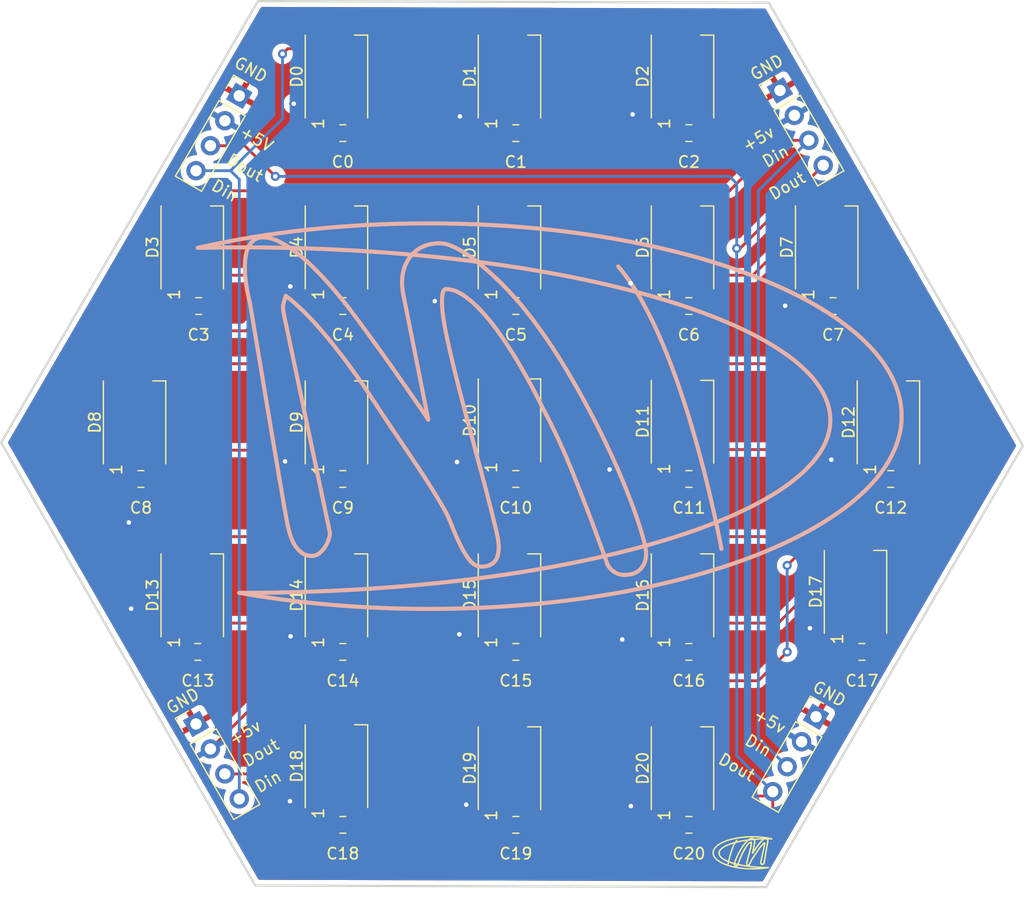
<source format=kicad_pcb>
(kicad_pcb (version 20211014) (generator pcbnew)
  (layers (0 "F.Cu" signal) (31 "B.Cu" signal) (34 "B.Paste" user) (35 "F.Paste" user) (36 "B.SilkS" user "B.Silkscreen") (37 "F.SilkS" user "F.Silkscreen") (38 "B.Mask" user) (39 "F.Mask" user) (44 "Edge.Cuts" user))
  (net 0 "")
  (net 1 "GND")
  (net 2 "+5V")
  (net 3 "Net-(D0-Pad2)")
  (net 4 "Net-(D0-Pad4)")
  (net 5 "Net-(D1-Pad2)")
  (net 6 "Net-(D2-Pad2)")
  (net 7 "Net-(D3-Pad2)")
  (net 8 "Net-(D4-Pad2)")
  (net 9 "Net-(D5-Pad2)")
  (net 10 "Net-(D6-Pad2)")
  (net 11 "Net-(D7-Pad2)")
  (net 12 "Net-(D8-Pad2)")
  (net 13 "Net-(D10-Pad4)")
  (net 14 "Net-(D10-Pad2)")
  (net 15 "Net-(D11-Pad2)")
  (net 16 "Net-(D12-Pad2)")
  (net 17 "Net-(D13-Pad2)")
  (net 18 "Net-(D14-Pad2)")
  (net 19 "Net-(D15-Pad2)")
  (net 20 "Net-(D16-Pad2)")
  (net 21 "Net-(D17-Pad2)")
  (net 22 "Net-(D18-Pad2)")
  (net 23 "Net-(D19-Pad2)")
  (net 24 "Net-(D20-Pad2)")
  (footprint "Capacitor_SMD:C_0805_2012Metric_Pad1.18x1.45mm_HandSolder" (layer "F.Cu") (at 138.6625 66.04)
    (fp_text reference "C1")
    (fp_text value "C_Small")
  )
  (footprint "Capacitor_SMD:C_0805_2012Metric_Pad1.18x1.45mm_HandSolder" (layer "F.Cu") (at 153.9025 66.04)
    (fp_text reference "C2")
    (fp_text value "C_Small")
  )
  (footprint "Capacitor_SMD:C_0805_2012Metric_Pad1.18x1.45mm_HandSolder" (layer "F.Cu") (at 110.7225 81.28)
    (fp_text reference "C3")
    (fp_text value "C_Small")
  )
  (footprint "Capacitor_SMD:C_0805_2012Metric_Pad1.18x1.45mm_HandSolder" (layer "F.Cu") (at 123.4225 81.28)
    (fp_text reference "C4")
    (fp_text value "C_Small")
  )
  (footprint "Capacitor_SMD:C_0805_2012Metric_Pad1.18x1.45mm_HandSolder" (layer "F.Cu") (at 138.6625 81.28)
    (fp_text reference "C5")
    (fp_text value "C_Small")
  )
  (footprint "Capacitor_SMD:C_0805_2012Metric_Pad1.18x1.45mm_HandSolder" (layer "F.Cu") (at 153.9025 81.28)
    (fp_text reference "C6")
    (fp_text value "C_Small")
  )
  (footprint "Capacitor_SMD:C_0805_2012Metric_Pad1.18x1.45mm_HandSolder" (layer "F.Cu") (at 166.6025 81.28)
    (fp_text reference "C7")
    (fp_text value "C_Small")
  )
  (footprint "Capacitor_SMD:C_0805_2012Metric_Pad1.18x1.45mm_HandSolder" (layer "F.Cu") (at 105.6425 96.52)
    (fp_text reference "C8")
    (fp_text value "C_Small")
  )
  (footprint "Capacitor_SMD:C_0805_2012Metric_Pad1.18x1.45mm_HandSolder" (layer "F.Cu") (at 123.4225 96.52)
    (fp_text reference "C9")
    (fp_text value "C_Small")
  )
  (footprint "Capacitor_SMD:C_0805_2012Metric_Pad1.18x1.45mm_HandSolder" (layer "F.Cu") (at 138.6625 96.52)
    (fp_text reference "C10")
    (fp_text value "C_Small")
  )
  (footprint "Capacitor_SMD:C_0805_2012Metric_Pad1.18x1.45mm_HandSolder" (layer "F.Cu") (at 153.9025 96.52)
    (fp_text reference "C11")
    (fp_text value "C_Small")
  )
  (footprint "Capacitor_SMD:C_0805_2012Metric_Pad1.18x1.45mm_HandSolder" (layer "F.Cu") (at 110.6463 111.76)
    (fp_text reference "C13")
    (fp_text value "C_Small")
  )
  (footprint "Capacitor_SMD:C_0805_2012Metric_Pad1.18x1.45mm_HandSolder" (layer "F.Cu") (at 138.6625 111.76)
    (fp_text reference "C15")
    (fp_text value "C_Small")
  )
  (footprint "Capacitor_SMD:C_0805_2012Metric_Pad1.18x1.45mm_HandSolder" (layer "F.Cu") (at 153.9025 111.76)
    (fp_text reference "C16")
    (fp_text value "C_Small")
  )
  (footprint "Capacitor_SMD:C_0805_2012Metric_Pad1.18x1.45mm_HandSolder" (layer "F.Cu") (at 169.1425 111.76)
    (fp_text reference "C17")
    (fp_text value "C_Small")
  )
  (footprint "Capacitor_SMD:C_0805_2012Metric_Pad1.18x1.45mm_HandSolder" (layer "F.Cu") (at 123.4225 127)
    (fp_text reference "C18")
    (fp_text value "C_Small")
  )
  (footprint "Capacitor_SMD:C_0805_2012Metric_Pad1.18x1.45mm_HandSolder" (layer "F.Cu") (at 138.6625 127)
    (fp_text reference "C19")
    (fp_text value "C_Small")
  )
  (footprint "Capacitor_SMD:C_0805_2012Metric_Pad1.18x1.45mm_HandSolder" (layer "F.Cu") (at 153.9025 127)
    (fp_text reference "C20")
    (fp_text value "C_Small")
  )
  (footprint "Capacitor_SMD:C_0805_2012Metric_Pad1.18x1.45mm_HandSolder" (layer "F.Cu") (at 171.6825 96.52)
    (fp_text reference "C12")
    (fp_text value "C_Small")
  )
  (footprint "Capacitor_SMD:C_0805_2012Metric_Pad1.18x1.45mm_HandSolder" (layer "F.Cu") (at 123.4225 111.76)
    (fp_text reference "C14")
    (fp_text value "C_Small")
  )
  (footprint "Capacitor_SMD:C_0805_2012Metric_Pad1.18x1.45mm_HandSolder" (layer "F.Cu") (at 123.4225 66.04)
    (fp_text reference "C0")
    (fp_text value "C_Small")
  )
  (footprint "LED_SMD:LED_WS2812B_PLCC4_5.0x5.0mm_P3.2mm" (layer "F.Cu") (at 122.86 61.05 90)
    (fp_text reference "D0")
    (fp_text value "WS2812B")
  )
  (footprint "LED_SMD:LED_WS2812B_PLCC4_5.0x5.0mm_P3.2mm" (layer "F.Cu") (at 138.1 61.05 90)
    (fp_text reference "D1")
    (fp_text value "WS2812B")
  )
  (footprint "LED_SMD:LED_WS2812B_PLCC4_5.0x5.0mm_P3.2mm" (layer "F.Cu") (at 153.34 61.05 90)
    (fp_text reference "D2")
    (fp_text value "WS2812B")
  )
  (footprint "LED_SMD:LED_WS2812B_PLCC4_5.0x5.0mm_P3.2mm" (layer "F.Cu") (at 110.16 76.11 90)
    (fp_text reference "D3")
    (fp_text value "WS2812B")
  )
  (footprint "LED_SMD:LED_WS2812B_PLCC4_5.0x5.0mm_P3.2mm" (layer "F.Cu") (at 122.86 76.11 90)
    (fp_text reference "D4")
    (fp_text value "WS2812B")
  )
  (footprint "LED_SMD:LED_WS2812B_PLCC4_5.0x5.0mm_P3.2mm" (layer "F.Cu") (at 138.1 76.11 90)
    (fp_text reference "D5")
    (fp_text value "WS2812B")
  )
  (footprint "LED_SMD:LED_WS2812B_PLCC4_5.0x5.0mm_P3.2mm" (layer "F.Cu") (at 153.34 76.11 90)
    (fp_text reference "D6")
    (fp_text value "WS2812B")
  )
  (footprint "LED_SMD:LED_WS2812B_PLCC4_5.0x5.0mm_P3.2mm" (layer "F.Cu") (at 166.04 76.11 90)
    (fp_text reference "D7")
    (fp_text value "WS2812B")
  )
  (footprint "LED_SMD:LED_WS2812B_PLCC4_5.0x5.0mm_P3.2mm" (layer "F.Cu") (at 105.08 91.53 90)
    (fp_text reference "D8")
    (fp_text value "WS2812B")
  )
  (footprint "LED_SMD:LED_WS2812B_PLCC4_5.0x5.0mm_P3.2mm" (layer "F.Cu") (at 122.86 91.53 90)
    (fp_text reference "D9")
    (fp_text value "WS2812B")
  )
  (footprint "LED_SMD:LED_WS2812B_PLCC4_5.0x5.0mm_P3.2mm" (layer "F.Cu") (at 138.1 91.35 90)
    (fp_text reference "D10")
    (fp_text value "WS2812B")
  )
  (footprint "LED_SMD:LED_WS2812B_PLCC4_5.0x5.0mm_P3.2mm" (layer "F.Cu") (at 153.34 91.477 90)
    (fp_text reference "D11")
    (fp_text value "WS2812B")
  )
  (footprint "LED_SMD:LED_WS2812B_PLCC4_5.0x5.0mm_P3.2mm" (layer "F.Cu") (at 171.4754 91.53 90)
    (fp_text reference "D12")
    (fp_text value "WS2812B")
  )
  (footprint "LED_SMD:LED_WS2812B_PLCC4_5.0x5.0mm_P3.2mm" (layer "F.Cu") (at 110.16 106.77 90)
    (fp_text reference "D13")
    (fp_text value "WS2812B")
  )
  (footprint "LED_SMD:LED_WS2812B_PLCC4_5.0x5.0mm_P3.2mm" (layer "F.Cu") (at 122.86 106.77 90)
    (fp_text reference "D14")
    (fp_text value "WS2812B")
  )
  (footprint "LED_SMD:LED_WS2812B_PLCC4_5.0x5.0mm_P3.2mm" (layer "F.Cu") (at 138.1 106.77 90)
    (fp_text reference "D15")
    (fp_text value "WS2812B")
  )
  (footprint "LED_SMD:LED_WS2812B_PLCC4_5.0x5.0mm_P3.2mm" (layer "F.Cu") (at 153.34 106.77 90)
    (fp_text reference "D16")
    (fp_text value "WS2812B")
  )
  (footprint "LED_SMD:LED_WS2812B_PLCC4_5.0x5.0mm_P3.2mm" (layer "F.Cu") (at 168.58 106.463 90)
    (fp_text reference "D17")
    (fp_text value "WS2812B")
  )
  (footprint "LED_SMD:LED_WS2812B_PLCC4_5.0x5.0mm_P3.2mm" (layer "F.Cu") (at 122.86 121.83 90)
    (fp_text reference "D18")
    (fp_text value "WS2812B")
  )
  (footprint "LED_SMD:LED_WS2812B_PLCC4_5.0x5.0mm_P3.2mm" (layer "F.Cu") (at 138.1 122.01 90)
    (fp_text reference "D19")
    (fp_text value "WS2812B")
  )
  (footprint "LED_SMD:LED_WS2812B_PLCC4_5.0x5.0mm_P3.2mm" (layer "F.Cu") (at 153.34 122.01 90)
    (fp_text reference "D20")
    (fp_text value "WS2812B")
  )
  (footprint "Connector_PinHeader_2.54mm:PinHeader_1x04_P2.54mm_Vertical" (layer "F.Cu") (at 114.3 62.749104 -30)
    (fp_text reference "GND")
    (fp_text value "PinHeader_1x04_P2.54mm_Vertical")
  )
  (footprint "Connector_PinHeader_2.54mm:PinHeader_1x04_P2.54mm_Vertical" (layer "F.Cu") (at 110.49 118.11 30)
    (fp_text reference "GND")
    (fp_text value "PinHeader_1x04_P2.54mm_Vertical")
  )
  (footprint "Connector_PinHeader_2.54mm:PinHeader_1x04_P2.54mm_Vertical" (layer "F.Cu") (at 161.925 62.275591 30)
    (fp_text reference "GND")
    (fp_text value "PinHeader_1x04_P2.54mm_Vertical")
  )
  (footprint "Connector_PinHeader_2.54mm:PinHeader_1x04_P2.54mm_Vertical" (layer "F.Cu") (at 165.1 117.475 -30)
    (fp_text reference "GND")
    (fp_text value "PinHeader_1x04_P2.54mm_Vertical")
  )
  (gr_curve (pts (xy 132.827829 85.121719) (xy 132.712399 84.628359) (xy 132.603649 84.128379) (xy 132.500875 83.621777)) (layer "B.SilkS") (width 0.36))
  (gr_curve (pts (xy 126.203102 84.496758) (xy 125.74818 83.86875) (xy 125.328122 83.294883) (xy 124.943512 82.775654)) (layer "B.SilkS") (width 0.36))
  (gr_curve (pts (xy 120.261051 82.044931) (xy 120.921461 82.717969) (xy 121.587907 83.467939) (xy 122.260973 84.294844)) (layer "B.SilkS") (width 0.36))
  (gr_curve (pts (xy 141.221676 83.948701) (xy 140.446188 82.827041) (xy 139.68025 81.823769) (xy 138.923688 80.939209)) (layer "B.SilkS") (width 0.36))
  (gr_curve (pts (xy 121.79943 102.592119) (xy 121.946969 102.387217) (xy 122.06234 102.166025) (xy 122.145543 101.928662)) (layer "B.SilkS") (width 0.36))
  (gr_curve (pts (xy 134.147585 77.238041) (xy 153.049526 79.512195) (xy 166.362311 84.963605) (xy 166.362311 91.330035)) (layer "B.SilkS") (width 0.36))
  (gr_curve (pts (xy 135.741168 77.775879) (xy 135.298844 77.39789) (xy 134.853532 77.058047) (xy 134.404645 76.756699)) (layer "B.SilkS") (width 0.36))
  (gr_curve (pts (xy 122.809 80.0354) (xy 122.475778 79.638164) (xy 122.107106 79.221416) (xy 121.703278 78.785449)) (layer "B.SilkS") (width 0.36))
  (gr_curve (pts (xy 132.154762 80.881523) (xy 132.154762 80.548301) (xy 132.180602 80.282373) (xy 132.231696 80.083476)) (layer "B.SilkS") (width 0.36))
  (gr_curve (pts (xy 121.703278 78.785449) (xy 121.29945 78.349775) (xy 120.873356 77.920107) (xy 120.424469 77.497031)) (layer "B.SilkS") (width 0.36))
  (gr_curve (pts (xy 143.606207 95.803916) (xy 143.997379 96.765439) (xy 144.449313 97.912939) (xy 144.961891 99.246123)) (layer "B.SilkS") (width 0.36))
  (gr_curve (pts (xy 134.154684 90.448418) (xy 133.821461 89.198467) (xy 133.481618 87.868594) (xy 133.135504 86.458183)) (layer "B.SilkS") (width 0.36))
  (gr_curve (pts (xy 134.58734 103.669014) (xy 134.888688 104.053564) (xy 135.23152 104.245869) (xy 135.616129 104.245869)) (layer "B.SilkS") (width 0.36))
  (gr_curve (pts (xy 128.63568 79.227744) (xy 128.63568 79.445889) (xy 128.651911 79.663711) (xy 128.683727 79.881562)) (layer "B.SilkS") (width 0.36))
  (gr_curve (pts (xy 116.405407 75.2279) (xy 116.097731 75.2279) (xy 115.841442 75.298506) (xy 115.636247 75.439424)) (layer "B.SilkS") (width 0.36))
  (gr_curve (pts (xy 138.923688 80.939209) (xy 138.705836 80.69581) (xy 138.433317 80.394463) (xy 138.106422 80.0354)) (layer "B.SilkS") (width 0.36))
  (gr_curve (pts (xy 137.154567 102.592119) (xy 137.154567 102.297334) (xy 137.12568 102.002607) (xy 137.068024 101.707529)) (layer "B.SilkS") (width 0.36))
  (gr_curve (pts (xy 115.636247 75.439424) (xy 115.431286 75.580664) (xy 115.264528 75.769658) (xy 115.136266 76.006728)) (layer "B.SilkS") (width 0.36))
  (gr_curve (pts (xy 134.020036 80.314219) (xy 134.545856 80.666982) (xy 135.077711 81.131514) (xy 135.616129 81.708398)) (layer "B.SilkS") (width 0.36))
  (gr_curve (pts (xy 134.404645 76.756699) (xy 133.956051 76.455615) (xy 133.520055 76.211953) (xy 133.097008 76.025947)) (layer "B.SilkS") (width 0.36))
  (gr_curve (pts (xy 133.097008 76.025947) (xy 132.673961 75.840264) (xy 132.283082 75.747129) (xy 131.92402 75.747129)) (layer "B.SilkS") (width 0.36))
  (gr_curve (pts (xy 115.136266 76.006728) (xy 115.008239 76.244092) (xy 114.918414 76.52291) (xy 114.867028 76.843213)) (layer "B.SilkS") (width 0.36))
  (gr_curve (pts (xy 130.943278 91.284873) (xy 130.750973 90.990146) (xy 130.481735 90.589629) (xy 130.135622 90.083056)) (layer "B.SilkS") (width 0.36))
  (gr_curve (pts (xy 119.107223 102.20751) (xy 119.267653 102.502588) (xy 119.479235 102.758877) (xy 119.741793 102.976728)) (layer "B.SilkS") (width 0.36))
  (gr_curve (pts (xy 136.885329 100.861435) (xy 136.61609 99.733447) (xy 136.334254 98.611494) (xy 136.039176 97.496162)) (layer "B.SilkS") (width 0.36))
  (gr_curve (pts (xy 136.35652 104.111279) (xy 136.555387 104.021748) (xy 136.712243 103.903037) (xy 136.827614 103.755498)) (layer "B.SilkS") (width 0.36))
  (gr_curve (pts (xy 130.971394 107.970395) (xy 153.984955 107.970395) (xy 172.640289 100.364051) (xy 172.640289 90.981316)) (layer "B.SilkS") (width 0.36))
  (gr_curve (pts (xy 114.29746 106.554639) (xy 119.40403 107.465191) (xy 125.042078 107.970395) (xy 130.971394 107.970395)) (layer "B.SilkS") (width 0.36))
  (gr_curve (pts (xy 129.549098 76.708623) (xy 129.260641 77.016299) (xy 129.03652 77.384971) (xy 128.876032 77.814346)) (layer "B.SilkS") (width 0.36))
  (gr_curve (pts (xy 115.876598 84.814043) (xy 116.024137 85.679385) (xy 116.181286 86.615332) (xy 116.34775 87.621621)) (layer "B.SilkS") (width 0.36))
  (gr_curve (pts (xy 116.85734 90.688799) (xy 117.030426 91.727197) (xy 117.203454 92.752998) (xy 117.376539 93.765556)) (layer "B.SilkS") (width 0.36))
  (gr_curve (pts (xy 118.155368 81.400722) (xy 118.155368 81.259805) (xy 118.171598 81.131514) (xy 118.203414 81.016113)) (layer "B.SilkS") (width 0.36))
  (gr_curve (pts (xy 130.972106 96.909639) (xy 131.491305 97.723916) (xy 131.962457 98.502744) (xy 132.385504 99.246123)) (layer "B.SilkS") (width 0.36))
  (gr_curve (pts (xy 114.924743 79.477734) (xy 115.014567 80.029072) (xy 115.116989 80.529053) (xy 115.232418 80.977676)) (layer "B.SilkS") (width 0.36))
  (gr_curve (pts (xy 133.343965 77.142671) (xy 133.613966 77.173961) (xy 133.88184 77.206752) (xy 134.147585 77.238041)) (layer "B.SilkS") (width 0.36))
  (gr_curve (pts (xy 135.125758 94.073232) (xy 134.811813 92.906806) (xy 134.4882 91.698369) (xy 134.154684 90.448418)) (layer "B.SilkS") (width 0.36))
  (gr_curve (pts (xy 150.038629 102.342099) (xy 149.795231 101.367978) (xy 149.455387 100.284521) (xy 149.01945 99.092256)) (layer "B.SilkS") (width 0.36))
  (gr_curve (pts (xy 137.077633 103.236299) (xy 137.12902 103.037724) (xy 137.154567 102.822861) (xy 137.154567 102.592119)) (layer "B.SilkS") (width 0.36))
  (gr_curve (pts (xy 118.741891 101.303701) (xy 118.825387 101.611377) (xy 118.947086 101.912783) (xy 119.107223 102.20751)) (layer "B.SilkS") (width 0.36))
  (gr_curve (pts (xy 132.520153 79.78541) (xy 132.994586 79.78541) (xy 133.494567 79.961777) (xy 134.020036 80.314219)) (layer "B.SilkS") (width 0.36))
  (gr_curve (pts (xy 138.712164 85.98706) (xy 139.186598 86.775498) (xy 139.628922 87.554297) (xy 140.03902 88.323515)) (layer "B.SilkS") (width 0.36))
  (gr_curve (pts (xy 135.616129 104.245869) (xy 135.911207 104.245869) (xy 136.157887 104.20081) (xy 136.35652 104.111279)) (layer "B.SilkS") (width 0.36))
  (gr_curve (pts (xy 142.587028 93.419443) (xy 142.875426 94.047685) (xy 143.21527 94.842451) (xy 143.606207 95.803916)) (layer "B.SilkS") (width 0.36))
  (gr_curve (pts (xy 115.491989 82.516055) (xy 115.60109 83.182793) (xy 115.729352 83.948701) (xy 115.876598 84.814043)) (layer "B.SilkS") (width 0.36))
  (gr_curve (pts (xy 130.587497 75.99709) (xy 130.183668 76.163877) (xy 129.837555 76.400918) (xy 129.549098 76.708623)) (layer "B.SilkS") (width 0.36))
  (gr_curve (pts (xy 149.663629 104.438174) (xy 149.977926 104.079111) (xy 150.134782 103.637139) (xy 150.134782 103.111318)) (layer "B.SilkS") (width 0.36))
  (gr_curve (pts (xy 118.559196 100.572978) (xy 118.597633 100.752627) (xy 118.658629 100.996025) (xy 118.741891 101.303701)) (layer "B.SilkS") (width 0.36))
  (gr_curve (pts (xy 122.260973 84.294844) (xy 122.933981 85.121719) (xy 123.607047 85.99998) (xy 124.280114 86.929336)) (layer "B.SilkS") (width 0.36))
  (gr_curve (pts (xy 127.722262 92.034873) (xy 128.267301 92.842529) (xy 128.815329 93.653467) (xy 129.366403 94.467451)) (layer "B.SilkS") (width 0.36))
  (gr_curve (pts (xy 122.145543 101.928662) (xy 122.229098 101.691592) (xy 122.277145 101.476787) (xy 122.289801 101.284482)) (layer "B.SilkS") (width 0.36))
  (gr_curve (pts (xy 118.405329 80.381543) (xy 118.982243 80.81751) (xy 119.600875 81.371865) (xy 120.261051 82.044931)) (layer "B.SilkS") (width 0.36))
  (gr_curve (pts (xy 126.193493 89.727305) (xy 126.667926 90.458027) (xy 127.177516 91.227217) (xy 127.722262 92.034873)) (layer "B.SilkS") (width 0.36))
  (gr_curve (pts (xy 121.29945 103.101709) (xy 121.485426 102.967119) (xy 121.652184 102.797314) (xy 121.79943 102.592119)) (layer "B.SilkS") (width 0.36))
  (gr_curve (pts (xy 124.280114 86.929336) (xy 124.953122 87.858984) (xy 125.591032 88.791621) (xy 126.193493 89.727305)) (layer "B.SilkS") (width 0.36))
  (gr_curve (pts (xy 114.790094 77.843174) (xy 114.790094 78.381621) (xy 114.835153 78.92666) (xy 114.924743 79.477734)) (layer "B.SilkS") (width 0.36))
  (gr_curve (pts (xy 132.385504 99.246123) (xy 132.590758 99.605185) (xy 132.802282 100.06667) (xy 133.020075 100.630635)) (layer "B.SilkS") (width 0.36))
  (gr_curve (pts (xy 114.867028 76.843213) (xy 114.815934 77.163808) (xy 114.790094 77.497031) (xy 114.790094 77.843174)) (layer "B.SilkS") (width 0.36))
  (gr_curve (pts (xy 118.261129 98.957666) (xy 118.383122 99.649951) (xy 118.482262 100.188369) (xy 118.559196 100.572978)) (layer "B.SilkS") (width 0.36))
  (gr_curve (pts (xy 133.020075 100.630635) (xy 133.238219 101.194951) (xy 133.478629 101.745967) (xy 133.741247 102.284443)) (layer "B.SilkS") (width 0.36))
  (gr_curve (pts (xy 148.192516 104.97665) (xy 148.859254 104.97665) (xy 149.349625 104.796943) (xy 149.663629 104.438174)) (layer "B.SilkS") (width 0.36))
  (gr_curve (pts (xy 145.625348 91.419521) (xy 144.939684 90.086338) (xy 144.22818 88.78834) (xy 143.490836 87.525469)) (layer "B.SilkS") (width 0.36))
  (gr_curve (pts (xy 132.500875 83.621777) (xy 132.398454 83.115498) (xy 132.315192 82.625127) (xy 132.250914 82.150693)) (layer "B.SilkS") (width 0.36))
  (gr_curve (pts (xy 147.509899 95.36165) (xy 146.939606 94.066963) (xy 146.311305 92.752998) (xy 145.625348 91.419521)) (layer "B.SilkS") (width 0.36))
  (gr_curve (pts (xy 136.039176 97.496162) (xy 135.74445 96.38083) (xy 135.440055 95.239951) (xy 135.125758 94.073232)) (layer "B.SilkS") (width 0.36))
  (gr_curve (pts (xy 128.808766 80.554599) (xy 128.808766 80.554599) (xy 130.943278 91.284873) (xy 130.943278 91.284873)) (layer "B.SilkS") (width 0.36))
  (gr_curve (pts (xy 141.856247 91.871396) (xy 142.055172 92.275224) (xy 142.298571 92.791435) (xy 142.587028 93.419443)) (layer "B.SilkS") (width 0.36))
  (gr_curve (pts (xy 110.645055 76.148654) (xy 111.912122 76.120339) (xy 113.194084 76.106931) (xy 114.486674 76.106931)) (layer "B.SilkS") (width 0.36))
  (gr_curve (pts (xy 118.289957 82.285312) (xy 118.25152 82.105928) (xy 118.219645 81.945762) (xy 118.193805 81.804551)) (layer "B.SilkS") (width 0.36))
  (gr_curve (pts (xy 127.597282 86.448574) (xy 127.123141 85.775537) (xy 126.658317 85.125029) (xy 126.203102 84.496758)) (layer "B.SilkS") (width 0.36))
  (gr_curve (pts (xy 137.212223 83.689072) (xy 137.738043 84.432744) (xy 138.238024 85.198623) (xy 138.712164 85.98706)) (layer "B.SilkS") (width 0.36))
  (gr_curve (pts (xy 128.876032 77.814346) (xy 128.715895 78.244014) (xy 128.63568 78.715137) (xy 128.63568 79.227744)) (layer "B.SilkS") (width 0.36))
  (gr_curve (pts (xy 132.250914 82.150693) (xy 132.18693 81.676553) (xy 132.154762 81.253476) (xy 132.154762 80.881523)) (layer "B.SilkS") (width 0.36))
  (gr_curve (pts (xy 116.34775 87.621621) (xy 116.514508 88.628174) (xy 116.684254 89.650371) (xy 116.85734 90.688799)) (layer "B.SilkS") (width 0.36))
  (gr_curve (pts (xy 172.640289 90.981316) (xy 172.640289 81.598573) (xy 153.984955 73.992238) (xy 130.971394 73.992238)) (layer "B.SilkS") (width 0.36))
  (gr_curve (pts (xy 122.289801 101.284482) (xy 122.289801 101.284482) (xy 118.289957 82.285312) (xy 118.289957 82.285312)) (layer "B.SilkS") (width 0.36))
  (gr_curve (pts (xy 114.486674 106.554639) (xy 114.486674 106.554639) (xy 114.29746 106.554639) (xy 114.29746 106.554639)) (layer "B.SilkS") (width 0.36))
  (gr_curve (pts (xy 120.424469 77.497031) (xy 119.975875 77.073984) (xy 119.520661 76.695996) (xy 119.059176 76.36248)) (layer "B.SilkS") (width 0.36))
  (gr_curve (pts (xy 114.486674 76.106931) (xy 121.138811 76.106931) (xy 127.499692 76.475024) (xy 133.343965 77.142671)) (layer "B.SilkS") (width 0.36))
  (gr_curve (pts (xy 131.92402 75.747129) (xy 131.43693 75.747129) (xy 130.991325 75.830654) (xy 130.587497 75.99709)) (layer "B.SilkS") (width 0.36))
  (gr_curve (pts (xy 129.366403 94.467451) (xy 129.91777 95.281728) (xy 130.452907 96.095713) (xy 130.972106 96.909639)) (layer "B.SilkS") (width 0.36))
  (gr_curve (pts (xy 120.712926 103.303623) (xy 120.91818 103.303623) (xy 121.113766 103.236299) (xy 121.29945 103.101709)) (layer "B.SilkS") (width 0.36))
  (gr_curve (pts (xy 123.655094 81.073799) (xy 123.424352 80.779043) (xy 123.142516 80.4329) (xy 122.809 80.0354)) (layer "B.SilkS") (width 0.36))
  (gr_curve (pts (xy 118.193805 81.804551) (xy 118.168258 81.663633) (xy 118.155368 81.529014) (xy 118.155368 81.400722)) (layer "B.SilkS") (width 0.36))
  (gr_curve (pts (xy 137.010309 78.920068) (xy 136.606481 78.535459) (xy 136.183434 78.15416) (xy 135.741168 77.775879)) (layer "B.SilkS") (width 0.36))
  (gr_curve (pts (xy 149.01945 99.092256) (xy 148.583747 97.89999) (xy 148.080485 96.656689) (xy 147.509899 95.36165)) (layer "B.SilkS") (width 0.36))
  (gr_curve (pts (xy 137.068024 101.707529) (xy 137.010309 101.412803) (xy 136.949606 101.130615) (xy 136.885329 100.861435)) (layer "B.SilkS") (width 0.36))
  (gr_curve (pts (xy 133.135504 86.458183) (xy 133.045973 86.060976) (xy 132.9432 85.615371) (xy 132.827829 85.121719)) (layer "B.SilkS") (width 0.36))
  (gr_curve (pts (xy 118.289957 80.689219) (xy 118.328395 80.573847) (xy 118.366891 80.471367) (xy 118.405329 80.381543)) (layer "B.SilkS") (width 0.36))
  (gr_curve (pts (xy 150.134782 103.111318) (xy 150.134782 102.880576) (xy 150.102907 102.624287) (xy 150.038629 102.342099)) (layer "B.SilkS") (width 0.36))
  (gr_curve (pts (xy 118.203414 81.016113) (xy 118.235582 80.900742) (xy 118.264411 80.791963) (xy 118.289957 80.689219)) (layer "B.SilkS") (width 0.36))
  (gr_curve (pts (xy 135.616129 81.708398) (xy 136.154606 82.285312) (xy 136.686696 82.945722) (xy 137.212223 83.689072)) (layer "B.SilkS") (width 0.36))
  (gr_curve (pts (xy 143.490836 87.525469) (xy 142.753786 86.26289) (xy 141.997457 85.070625) (xy 141.221676 83.948701)) (layer "B.SilkS") (width 0.36))
  (gr_curve (pts (xy 124.943512 82.775654) (xy 124.558903 82.256455) (xy 124.244957 81.836689) (xy 124.001266 81.516094)) (layer "B.SilkS") (width 0.36))
  (gr_curve (pts (xy 147.298317 104.688193) (xy 147.586774 104.880498) (xy 147.88484 104.97665) (xy 148.192516 104.97665)) (layer "B.SilkS") (width 0.36))
  (gr_curve (pts (xy 141.096696 90.400342) (xy 141.160973 90.528633) (xy 141.253844 90.705) (xy 141.375543 90.92915)) (layer "B.SilkS") (width 0.36))
  (gr_curve (pts (xy 156.768913 102.679936) (xy 156.768913 102.679936) (xy 153.490319 84.498642) (xy 147.678266 77.792427)) (layer "B.SilkS") (width 0.36))
  (gr_curve (pts (xy 133.741247 102.284443) (xy 134.004157 102.822861) (xy 134.286286 103.284404) (xy 134.58734 103.669014)) (layer "B.SilkS") (width 0.36))
  (gr_curve (pts (xy 138.106422 80.0354) (xy 137.779528 79.676631) (xy 137.414137 79.304648) (xy 137.010309 78.920068)) (layer "B.SilkS") (width 0.36))
  (gr_curve (pts (xy 128.962575 88.39081) (xy 128.52693 87.769131) (xy 128.071715 87.12164) (xy 127.597282 86.448574)) (layer "B.SilkS") (width 0.36))
  (gr_curve (pts (xy 119.059176 76.36248) (xy 118.597633 76.029258) (xy 118.142711 75.756738) (xy 117.693825 75.545215)) (layer "B.SilkS") (width 0.36))
  (gr_curve (pts (xy 128.683727 79.881562) (xy 128.715895 80.099707) (xy 128.757672 80.323828) (xy 128.808766 80.554599)) (layer "B.SilkS") (width 0.36))
  (gr_curve (pts (xy 119.741793 102.976728) (xy 120.004704 103.194873) (xy 120.328317 103.303623) (xy 120.712926 103.303623)) (layer "B.SilkS") (width 0.36))
  (gr_curve (pts (xy 144.961891 99.246123) (xy 145.474821 100.579599) (xy 146.051676 102.143525) (xy 146.692575 103.938193)) (layer "B.SilkS") (width 0.36))
  (gr_curve (pts (xy 117.376539 93.765556) (xy 117.549625 94.778467) (xy 117.710055 95.723994) (xy 117.857301 96.601963)) (layer "B.SilkS") (width 0.36))
  (gr_curve (pts (xy 117.857301 96.601963) (xy 118.00484 97.480224) (xy 118.13943 98.265381) (xy 118.261129 98.957666)) (layer "B.SilkS") (width 0.36))
  (gr_curve (pts (xy 146.692575 103.938193) (xy 146.808004 104.245869) (xy 147.009918 104.495889) (xy 147.298317 104.688193)) (layer "B.SilkS") (width 0.36))
  (gr_curve (pts (xy 141.375543 90.92915) (xy 141.497536 91.153623) (xy 141.657672 91.467568) (xy 141.856247 91.871396)) (layer "B.SilkS") (width 0.36))
  (gr_curve (pts (xy 132.231696 80.083476) (xy 132.283082 79.884873) (xy 132.379176 79.78541) (xy 132.520153 79.78541)) (layer "B.SilkS") (width 0.36))
  (gr_curve (pts (xy 124.001266 81.516094) (xy 124.001266 81.516094) (xy 123.655094 81.073799) (xy 123.655094 81.073799)) (layer "B.SilkS") (width 0.36))
  (gr_curve (pts (xy 166.362311 91.330035) (xy 166.362311 99.738145) (xy 143.136154 106.554639) (xy 114.486674 106.554639)) (layer "B.SilkS") (width 0.36))
  (gr_curve (pts (xy 115.232418 80.977676) (xy 115.296696 81.336709) (xy 115.383239 81.849609) (xy 115.491989 82.516055)) (layer "B.SilkS") (width 0.36))
  (gr_curve (pts (xy 130.135622 90.083056) (xy 129.78945 89.576748) (xy 129.398571 89.012783) (xy 128.962575 88.39081)) (layer "B.SilkS") (width 0.36))
  (gr_curve (pts (xy 140.03902 88.323515) (xy 140.449469 89.092705) (xy 140.801911 89.78499) (xy 141.096696 90.400342)) (layer "B.SilkS") (width 0.36))
  (gr_curve (pts (xy 130.971394 73.992238) (xy 123.590054 73.992238) (xy 116.657275 74.77463) (xy 110.645055 76.148654)) (layer "B.SilkS") (width 0.36))
  (gr_curve (pts (xy 136.827614 103.755498) (xy 136.943043 103.60831) (xy 137.026539 103.435224) (xy 137.077633 103.236299)) (layer "B.SilkS") (width 0.36))
  (gr_curve (pts (xy 117.693825 75.545215) (xy 117.245231 75.333662) (xy 116.815856 75.2279) (xy 116.405407 75.2279)) (layer "B.SilkS") (width 0.36))
  (gr_curve (pts (xy 160.685186 129.442873) (xy 160.670762 129.529406) (xy 160.656343 129.61489) (xy 160.641919 129.69927)) (layer "F.SilkS") (width 0.125))
  (gr_curve (pts (xy 160.543364 130.266555) (xy 160.540161 130.281526) (xy 160.535078 130.301809) (xy 160.52814 130.327448)) (layer "F.SilkS") (width 0.125))
  (gr_curve (pts (xy 159.328672 129.090322) (xy 159.336133 129.057221) (xy 159.344697 129.020088) (xy 159.354312 128.97895)) (layer "F.SilkS") (width 0.125))
  (gr_curve (pts (xy 159.207686 130.524558) (xy 159.182573 130.556604) (xy 159.154004 130.572629) (xy 159.121953 130.572629)) (layer "F.SilkS") (width 0.125))
  (gr_curve (pts (xy 159.508955 129.961277) (xy 159.465689 130.029133) (xy 159.426426 130.094035) (xy 159.391172 130.155984)) (layer "F.SilkS") (width 0.125))
  (gr_curve (pts (xy 159.000962 130.361101) (xy 159.005772 130.33654) (xy 159.01083 130.313025) (xy 159.016187 130.290593)) (layer "F.SilkS") (width 0.125))
  (gr_curve (pts (xy 160.857456 128.372404) (xy 160.857456 128.417275) (xy 160.853701 128.462695) (xy 160.846235 128.508618)) (layer "F.SilkS") (width 0.125))
  (gr_curve (pts (xy 160.565801 128.609575) (xy 160.562598 128.599961) (xy 160.55939 128.591421) (xy 160.556187 128.583935)) (layer "F.SilkS") (width 0.125))
  (gr_curve (pts (xy 159.541006 128.218564) (xy 159.574658 128.232463) (xy 159.603501 128.252216) (xy 159.627539 128.277859)) (layer "F.SilkS") (width 0.125))
  (gr_curve (pts (xy 158.073921 130.633527) (xy 158.018359 130.633527) (xy 157.977495 130.618552) (xy 157.951328 130.588654)) (layer "F.SilkS") (width 0.125))
  (gr_curve (pts (xy 160.882741 128.227718) (xy 160.328396 128.227718) (xy 159.798323 128.258392) (xy 159.3113 128.314029)) (layer "F.SilkS") (width 0.125))
  (gr_curve (pts (xy 159.429629 128.197734) (xy 159.47022 128.197734) (xy 159.507354 128.204694) (xy 159.541006 128.218564)) (layer "F.SilkS") (width 0.125))
  (gr_curve (pts (xy 158.914429 128.55509) (xy 158.94167 128.525193) (xy 158.972119 128.494194) (xy 159.005772 128.462146)) (layer "F.SilkS") (width 0.125))
  (gr_curve (pts (xy 159.511357 129.492546) (xy 159.527383 129.467985) (xy 159.549819 129.434609) (xy 159.578662 129.392395)) (layer "F.SilkS") (width 0.125))
  (gr_curve (pts (xy 159.391172 130.155984) (xy 159.374067 130.185905) (xy 159.35644 130.224362) (xy 159.338291 130.27136)) (layer "F.SilkS") (width 0.125))
  (gr_curve (pts (xy 159.779775 129.555046) (xy 159.734356 129.622351) (xy 159.688687 129.689929) (xy 159.642764 129.757761)) (layer "F.SilkS") (width 0.125))
  (gr_curve (pts (xy 158.130806 129.832277) (xy 158.17833 129.724387) (xy 158.230689 129.61489) (xy 158.287852 129.503767)) (layer "F.SilkS") (width 0.125))
  (gr_curve (pts (xy 158.34314 130.155984) (xy 158.300396 130.267107) (xy 158.252324 130.397434) (xy 158.198916 130.546989)) (layer "F.SilkS") (width 0.125))
  (gr_curve (pts (xy 159.111533 128.366797) (xy 159.148394 128.335297) (xy 159.185503 128.306977) (xy 159.22291 128.281865)) (layer "F.SilkS") (width 0.125))
  (gr_curve (pts (xy 160.727651 129.187275) (xy 160.713755 129.271154) (xy 160.699609 129.356338) (xy 160.685186 129.442873)) (layer "F.SilkS") (width 0.125))
  (gr_curve (pts (xy 160.118706 128.641623) (xy 160.137935 128.61706) (xy 160.161421 128.588215) (xy 160.189214 128.55509)) (layer "F.SilkS") (width 0.125))
  (gr_curve (pts (xy 158.00501 130.143161) (xy 158.041318 130.043806) (xy 158.083257 129.940197) (xy 158.130806 129.832277)) (layer "F.SilkS") (width 0.125))
  (gr_curve (pts (xy 158.465728 129.179262) (xy 158.527148 129.074047) (xy 158.590176 128.974692) (xy 158.654824 128.881198)) (layer "F.SilkS") (width 0.125))
  (gr_curve (pts (xy 160.565801 128.742583) (xy 160.569004 128.727634) (xy 160.57166 128.714287) (xy 160.573814 128.702519)) (layer "F.SilkS") (width 0.125))
  (gr_curve (pts (xy 158.988945 128.859563) (xy 158.945127 128.921535) (xy 158.903462 128.985359) (xy 158.86395 129.051062)) (layer "F.SilkS") (width 0.125))
  (gr_curve (pts (xy 159.060254 130.561413) (xy 159.043682 130.553952) (xy 159.03061 130.54406) (xy 159.020996 130.531765)) (layer "F.SilkS") (width 0.125))
  (gr_curve (pts (xy 160.281357 128.450927) (xy 160.31501 128.414621) (xy 160.350518 128.378816) (xy 160.387925 128.343559)) (layer "F.SilkS") (width 0.125))
  (gr_curve (pts (xy 158.456113 129.869133) (xy 158.423516 129.94926) (xy 158.385855 130.044885) (xy 158.34314 130.155984)) (layer "F.SilkS") (width 0.125))
  (gr_curve (pts (xy 159.509014 128.051493) (xy 160.124126 128.051493) (xy 160.701858 128.116692) (xy 161.202876 128.231194)) (layer "F.SilkS") (width 0.125))
  (gr_curve (pts (xy 160.882741 130.765027) (xy 160.882741 130.765027) (xy 160.898509 130.765027) (xy 160.898509 130.765027)) (layer "F.SilkS") (width 0.125))
  (gr_curve (pts (xy 159.121953 130.572629) (xy 159.097363 130.572629) (xy 159.076807 130.568874) (xy 159.060254 130.561413)) (layer "F.SilkS") (width 0.125))
  (gr_curve (pts (xy 159.254961 128.578325) (xy 159.211143 128.607722) (xy 159.166821 128.646433) (xy 159.121953 128.694506)) (layer "F.SilkS") (width 0.125))
  (gr_curve (pts (xy 158.654824 128.881198) (xy 158.719448 128.787727) (xy 158.783276 128.704121) (xy 158.846323 128.630407)) (layer "F.SilkS") (width 0.125))
  (gr_curve (pts (xy 159.578662 129.392395) (xy 159.60751 129.350202) (xy 159.640083 129.303205) (xy 159.676416 129.251374)) (layer "F.SilkS") (width 0.125))
  (gr_curve (pts (xy 159.906372 128.92687) (xy 159.944282 128.874536) (xy 159.979287 128.826714) (xy 160.011338 128.783444)) (layer "F.SilkS") (width 0.125))
  (gr_curve (pts (xy 158.86395 129.051062) (xy 158.824414 129.116765) (xy 158.787554 129.181665) (xy 158.753379 129.245766)) (layer "F.SilkS") (width 0.125))
  (gr_curve (pts (xy 159.4104 128.6256) (xy 159.4104 128.597832) (xy 159.408247 128.575671) (xy 159.403989 128.559096)) (layer "F.SilkS") (width 0.125))
  (gr_curve (pts (xy 160.363887 130.494109) (xy 160.346782 130.494109) (xy 160.330483 130.488498) (xy 160.31501 130.477282)) (layer "F.SilkS") (width 0.125))
  (gr_curve (pts (xy 159.020996 130.531765) (xy 159.011377 130.519499) (xy 159.004419 130.505075) (xy 159.000161 130.488498)) (layer "F.SilkS") (width 0.125))
  (gr_curve (pts (xy 160.556187 128.583935) (xy 160.50811 128.620266) (xy 160.456558 128.666462) (xy 160.401543 128.722551)) (layer "F.SilkS") (width 0.125))
  (gr_curve (pts (xy 159.627539 128.277859) (xy 159.651577 128.303498) (xy 159.670254 128.334221) (xy 159.683628 128.370002)) (layer "F.SilkS") (width 0.125))
  (gr_curve (pts (xy 159.005772 128.462146) (xy 159.039424 128.430095) (xy 159.074678 128.39832) (xy 159.111533 128.366797)) (layer "F.SilkS") (width 0.125))
  (gr_curve (pts (xy 159.683628 128.370002) (xy 159.696973 128.405808) (xy 159.703657 128.445068) (xy 159.703657 128.487785)) (layer "F.SilkS") (width 0.125))
  (gr_curve (pts (xy 160.52814 130.327448) (xy 160.521182 130.353088) (xy 160.51104 130.378205) (xy 160.497695 130.402766)) (layer "F.SilkS") (width 0.125))
  (gr_curve (pts (xy 160.851045 128.289074) (xy 160.855303 128.315791) (xy 160.857456 128.343559) (xy 160.857456 128.372404)) (layer "F.SilkS") (width 0.125))
  (gr_curve (pts (xy 159.699653 128.54227) (xy 159.696973 128.560449) (xy 159.693491 128.579126) (xy 159.689233 128.598357)) (layer "F.SilkS") (width 0.125))
  (gr_curve (pts (xy 159.162817 129.724909) (xy 159.18898 129.627707) (xy 159.215947 129.527004) (xy 159.24374 129.422841)) (layer "F.SilkS") (width 0.125))
  (gr_curve (pts (xy 160.766914 128.95331) (xy 160.754619 129.025422) (xy 160.741523 129.103418) (xy 160.727651 129.187275)) (layer "F.SilkS") (width 0.125))
  (gr_curve (pts (xy 159.689233 128.598357) (xy 159.689233 128.598357) (xy 159.511357 129.492546) (xy 159.511357 129.492546)) (layer "F.SilkS") (width 0.125))
  (gr_curve (pts (xy 156.559771 129.49631) (xy 156.559771 130.196985) (xy 158.495284 130.765027) (xy 160.882741 130.765027)) (layer "F.SilkS") (width 0.125))
  (gr_curve (pts (xy 160.501699 128.249013) (xy 160.540161 128.221245) (xy 160.578071 128.198535) (xy 160.615479 128.180908)) (layer "F.SilkS") (width 0.125))
  (gr_curve (pts (xy 160.846235 128.508618) (xy 160.83875 128.554563) (xy 160.830215 128.596228) (xy 160.820596 128.633613)) (layer "F.SilkS") (width 0.125))
  (gr_curve (pts (xy 160.244502 130.379528) (xy 160.237539 130.359773) (xy 160.233535 130.341872) (xy 160.232481 130.325847)) (layer "F.SilkS") (width 0.125))
  (gr_curve (pts (xy 160.820596 128.633613) (xy 160.815239 128.663532) (xy 160.808027 128.706274) (xy 160.798965 128.761811)) (layer "F.SilkS") (width 0.125))
  (gr_curve (pts (xy 160.189214 128.55509) (xy 160.216982 128.521987) (xy 160.247705 128.487258) (xy 160.281357 128.450927)) (layer "F.SilkS") (width 0.125))
  (gr_curve (pts (xy 159.016187 130.290593) (xy 159.038623 130.196594) (xy 159.062109 130.103098) (xy 159.086699 130.010153)) (layer "F.SilkS") (width 0.125))
  (gr_curve (pts (xy 157.359221 130.442135) (xy 157.359221 130.442135) (xy 157.632437 128.927027) (xy 158.116775 128.368176)) (layer "F.SilkS") (width 0.125))
  (gr_curve (pts (xy 160.234883 128.910044) (xy 160.178799 128.97895) (xy 160.12271 129.052138) (xy 160.066621 129.129585)) (layer "F.SilkS") (width 0.125))
  (gr_curve (pts (xy 160.798965 128.761811) (xy 160.789873 128.817373) (xy 160.779185 128.881198) (xy 160.766914 128.95331)) (layer "F.SilkS") (width 0.125))
  (gr_curve (pts (xy 157.912065 130.478083) (xy 157.912065 130.458855) (xy 157.914722 130.437497) (xy 157.920078 130.413982)) (layer "F.SilkS") (width 0.125))
  (gr_curve (pts (xy 160.577017 128.668867) (xy 160.577017 128.657124) (xy 160.575664 128.646433) (xy 160.573013 128.636816)) (layer "F.SilkS") (width 0.125))
  (gr_curve (pts (xy 160.641919 129.69927) (xy 160.627495 129.783679) (xy 160.614126 129.862473) (xy 160.601856 129.935637)) (layer "F.SilkS") (width 0.125))
  (gr_curve (pts (xy 159.33188 128.220969) (xy 159.367134 128.205495) (xy 159.399707 128.197734) (xy 159.429629 128.197734)) (layer "F.SilkS") (width 0.125))
  (gr_curve (pts (xy 157.951328 130.588654) (xy 157.925137 130.558733) (xy 157.912065 130.521902) (xy 157.912065 130.478083)) (layer "F.SilkS") (width 0.125))
  (gr_curve (pts (xy 158.287852 129.503767) (xy 158.34499 129.392668) (xy 158.404282 129.284502) (xy 158.465728 129.179262)) (layer "F.SilkS") (width 0.125))
  (gr_curve (pts (xy 159.79019 129.089521) (xy 159.829702 129.033435) (xy 159.868438 128.979226) (xy 159.906372 128.92687)) (layer "F.SilkS") (width 0.125))
  (gr_curve (pts (xy 159.3113 128.314029) (xy 159.2888 128.316637) (xy 159.266477 128.319369) (xy 159.244332 128.321977)) (layer "F.SilkS") (width 0.125))
  (gr_curve (pts (xy 160.011338 128.783444) (xy 160.043389 128.740178) (xy 160.069551 128.705197) (xy 160.089858 128.678481)) (layer "F.SilkS") (width 0.125))
  (gr_curve (pts (xy 160.568203 130.131945) (xy 160.558037 130.189636) (xy 160.549775 130.234504) (xy 160.543364 130.266555)) (layer "F.SilkS") (width 0.125))
  (gr_curve (pts (xy 160.573814 128.702519) (xy 160.575942 128.690776) (xy 160.577017 128.679558) (xy 160.577017 128.668867)) (layer "F.SilkS") (width 0.125))
  (gr_curve (pts (xy 158.665239 129.418835) (xy 158.659883 129.429526) (xy 158.652144 129.444223) (xy 158.642002 129.462902)) (layer "F.SilkS") (width 0.125))
  (gr_curve (pts (xy 158.541045 129.670427) (xy 158.517012 129.72278) (xy 158.488691 129.789011) (xy 158.456113 129.869133)) (layer "F.SilkS") (width 0.125))
  (gr_curve (pts (xy 159.403989 128.559096) (xy 159.399707 128.542546) (xy 159.391699 128.534257) (xy 159.379951 128.534257)) (layer "F.SilkS") (width 0.125))
  (gr_curve (pts (xy 160.444815 130.466867) (xy 160.422905 130.485046) (xy 160.395938 130.494109) (xy 160.363887 130.494109)) (layer "F.SilkS") (width 0.125))
  (gr_curve (pts (xy 160.387925 128.343559) (xy 160.425308 128.308305) (xy 160.463242 128.276806) (xy 160.501699 128.249013)) (layer "F.SilkS") (width 0.125))
  (gr_curve (pts (xy 159.509014 130.883006) (xy 157.591218 130.883006) (xy 156.036607 130.249144) (xy 156.036607 129.46725)) (layer "F.SilkS") (width 0.125))
  (gr_curve (pts (xy 159.703657 128.487785) (xy 159.703657 128.505964) (xy 159.702305 128.524116) (xy 159.699653 128.54227)) (layer "F.SilkS") (width 0.125))
  (gr_curve (pts (xy 158.601943 129.541423) (xy 158.585366 129.575075) (xy 158.565083 129.618093) (xy 158.541045 129.670427)) (layer "F.SilkS") (width 0.125))
  (gr_curve (pts (xy 159.354312 128.97895) (xy 159.363931 128.937837) (xy 159.372993 128.896172) (xy 159.381558 128.853955)) (layer "F.SilkS") (width 0.125))
  (gr_curve (pts (xy 159.086699 130.010153) (xy 159.11126 129.917209) (xy 159.136626 129.822136) (xy 159.162817 129.724909)) (layer "F.SilkS") (width 0.125))
  (gr_curve (pts (xy 159.278193 130.409177) (xy 159.256284 130.454045) (xy 159.232773 130.492507) (xy 159.207686 130.524558)) (layer "F.SilkS") (width 0.125))
  (gr_curve (pts (xy 160.497695 130.402766) (xy 160.484326 130.427356) (xy 160.466694 130.448713) (xy 160.444815 130.466867)) (layer "F.SilkS") (width 0.125))
  (gr_curve (pts (xy 156.036607 129.46725) (xy 156.036607 128.685354) (xy 157.591218 128.051493) (xy 159.509014 128.051493)) (layer "F.SilkS") (width 0.125))
  (gr_curve (pts (xy 161.202876 128.231194) (xy 161.097287 128.228835) (xy 160.990457 128.227718) (xy 160.882741 128.227718)) (layer "F.SilkS") (width 0.125))
  (gr_curve (pts (xy 159.907173 129.362749) (xy 159.867637 129.423642) (xy 159.825171 129.487741) (xy 159.779775 129.555046)) (layer "F.SilkS") (width 0.125))
  (gr_curve (pts (xy 159.676416 129.251374) (xy 159.71272 129.199568) (xy 159.750654 129.14561) (xy 159.79019 129.089521)) (layer "F.SilkS") (width 0.125))
  (gr_curve (pts (xy 159.000161 130.488498) (xy 158.995879 130.47195) (xy 158.99375 130.454045) (xy 158.99375 130.434817)) (layer "F.SilkS") (width 0.125))
  (gr_curve (pts (xy 160.828608 128.219367) (xy 160.839277 128.239148) (xy 160.846763 128.262382) (xy 160.851045 128.289074)) (layer "F.SilkS") (width 0.125))
  (gr_curve (pts (xy 160.615479 128.180908) (xy 160.652861 128.163278) (xy 160.688643 128.154465) (xy 160.722847 128.154465)) (layer "F.SilkS") (width 0.125))
  (gr_curve (pts (xy 158.846323 128.630407) (xy 158.864478 128.610124) (xy 158.887188 128.585012) (xy 158.914429 128.55509)) (layer "F.SilkS") (width 0.125))
  (gr_curve (pts (xy 159.22291 128.281865) (xy 159.260293 128.256775) (xy 159.296626 128.236469) (xy 159.33188 128.220969)) (layer "F.SilkS") (width 0.125))
  (gr_curve (pts (xy 159.642764 129.757761) (xy 159.596816 129.825617) (xy 159.552222 129.893449) (xy 159.508955 129.961277)) (layer "F.SilkS") (width 0.125))
  (gr_curve (pts (xy 159.244332 128.321977) (xy 157.66917 128.51149) (xy 156.559771 128.965774) (xy 156.559771 129.49631)) (layer "F.SilkS") (width 0.125))
  (gr_curve (pts (xy 160.573013 128.636816) (xy 160.570332 128.627202) (xy 160.56793 128.618137) (xy 160.565801 128.609575)) (layer "F.SilkS") (width 0.125))
  (gr_curve (pts (xy 160.273345 130.434817) (xy 160.26105 130.417741) (xy 160.251436 130.399309) (xy 160.244502 130.379528)) (layer "F.SilkS") (width 0.125))
  (gr_curve (pts (xy 160.401543 128.722551) (xy 160.346509 128.778637) (xy 160.290972 128.841135) (xy 160.234883 128.910044)) (layer "F.SilkS") (width 0.125))
  (gr_curve (pts (xy 158.148438 130.609489) (xy 158.124399 130.625515) (xy 158.099561 130.633527) (xy 158.073921 130.633527)) (layer "F.SilkS") (width 0.125))
  (gr_curve (pts (xy 160.722847 128.154465) (xy 160.748486 128.154465) (xy 160.769844 128.160349) (xy 160.786943 128.172092)) (layer "F.SilkS") (width 0.125))
  (gr_curve (pts (xy 158.642002 129.462902) (xy 158.631836 129.481609) (xy 158.618491 129.507771) (xy 158.601943 129.541423)) (layer "F.SilkS") (width 0.125))
  (gr_curve (pts (xy 160.066621 129.129585) (xy 160.010537 129.207055) (xy 159.957378 129.284775) (xy 159.907173 129.362749)) (layer "F.SilkS") (width 0.125))
  (gr_curve (pts (xy 159.379951 128.534257) (xy 159.340415 128.534257) (xy 159.29875 128.548955) (xy 159.254961 128.578325)) (layer "F.SilkS") (width 0.125))
  (gr_curve (pts (xy 158.198916 130.546989) (xy 158.189297 130.572629) (xy 158.172471 130.593464) (xy 158.148438 130.609489)) (layer "F.SilkS") (width 0.125))
  (gr_curve (pts (xy 159.338291 130.27136) (xy 159.320112 130.318386) (xy 159.300078 130.364304) (xy 159.278193 130.409177)) (layer "F.SilkS") (width 0.125))
  (gr_curve (pts (xy 160.601856 129.935637) (xy 160.589561 130.008825) (xy 160.578345 130.074255) (xy 160.568203 130.131945)) (layer "F.SilkS") (width 0.125))
  (gr_curve (pts (xy 157.920078 130.413982) (xy 157.940361 130.332805) (xy 157.968682 130.242517) (xy 158.00501 130.143161)) (layer "F.SilkS") (width 0.125))
  (gr_curve (pts (xy 160.089858 128.678481) (xy 160.089858 128.678481) (xy 160.118706 128.641623) (xy 160.118706 128.641623)) (layer "F.SilkS") (width 0.125))
  (gr_curve (pts (xy 158.99375 130.434817) (xy 158.99375 130.410251) (xy 158.996157 130.385691) (xy 159.000962 130.361101)) (layer "F.SilkS") (width 0.125))
  (gr_curve (pts (xy 158.753379 129.245766) (xy 158.719175 129.309865) (xy 158.689805 129.367556) (xy 158.665239 129.418835)) (layer "F.SilkS") (width 0.125))
  (gr_curve (pts (xy 159.24374 129.422841) (xy 159.271509 129.318679) (xy 159.299829 129.207856) (xy 159.328672 129.090322)) (layer "F.SilkS") (width 0.125))
  (gr_curve (pts (xy 160.31501 130.477282) (xy 160.299512 130.466067) (xy 160.285615 130.451916) (xy 160.273345 130.434817)) (layer "F.SilkS") (width 0.125))
  (gr_curve (pts (xy 159.402388 128.731364) (xy 159.40772 128.691853) (xy 159.4104 128.656596) (xy 159.4104 128.6256)) (layer "F.SilkS") (width 0.125))
  (gr_curve (pts (xy 160.898509 130.765027) (xy 160.472961 130.840906) (xy 160.003124 130.883006) (xy 159.509014 130.883006)) (layer "F.SilkS") (width 0.125))
  (gr_curve (pts (xy 159.381558 128.853955) (xy 159.390093 128.811765) (xy 159.397031 128.770901) (xy 159.402388 128.731364)) (layer "F.SilkS") (width 0.125))
  (gr_curve (pts (xy 160.786943 128.172092) (xy 160.804023 128.183862) (xy 160.81792 128.199611) (xy 160.828608 128.219367)) (layer "F.SilkS") (width 0.125))
  (gr_curve (pts (xy 159.121953 128.694506) (xy 159.07708 128.742583) (xy 159.032739 128.797617) (xy 158.988945 128.859563)) (layer "F.SilkS") (width 0.125))
  (gr_curve (pts (xy 160.232481 130.325847) (xy 160.232481 130.325847) (xy 160.565801 128.742583) (xy 160.565801 128.742583)) (layer "F.SilkS") (width 0.125))
  (gr_line (start 160.943573 54.544115) (end 115.943574 54.406836) (layer "Edge.Cuts") (width 0.2))
  (gr_line (start 160.7058 132.4864) (end 183.324687 93.583896) (layer "Edge.Cuts") (width 0.2))
  (gr_line (start 115.705801 132.349121) (end 160.7058 132.4864) (layer "Edge.Cuts") (width 0.2))
  (gr_line (start 115.943574 54.406836) (end 93.324687 93.30934) (layer "Edge.Cuts") (width 0.2))
  (gr_line (start 93.324687 93.30934) (end 115.705801 132.349121) (layer "Edge.Cuts") (width 0.2))
  (gr_line (start 183.324687 93.583896) (end 160.943573 54.544115) (layer "Edge.Cuts") (width 0.2))
  (gr_text "Din" (at 116.84 123.19 30) (layer "F.SilkS") (effects (font (size 1 1))))
  (gr_text "Dout" (at 116.205 120.65 30) (layer "F.SilkS") (effects (font (size 1 1))))
  (gr_text "+5v" (at 160.02 66.548 30) (layer "F.SilkS") (effects (font (size 1 1))))
  (gr_text "Dout" (at 162.56 70.691518 30) (layer "F.SilkS") (effects (font (size 1 1))))
  (gr_text "Din" (at 161.544 68.072 30) (layer "F.SilkS") (effects (font (size 1 1))))
  (gr_text "Dout" (at 114.808 69.088 -30) (layer "F.SilkS") (effects (font (size 1 1))))
  (gr_text "Din" (at 160.02 120.015 -30) (layer "F.SilkS") (effects (font (size 1 1))))
  (gr_text "Din" (at 113.03 71.12 -30) (layer "F.SilkS") (effects (font (size 1 1))))
  (gr_text "+5V" (at 115.824 66.548 -30) (layer "F.SilkS") (effects (font (size 1 1))))
  (gr_text "+5v" (at 161.036 117.856 -30) (layer "F.SilkS") (effects (font (size 1 1))))
  (gr_text "Dout" (at 158.115 121.92 -30) (layer "F.SilkS") (effects (font (size 1 1))))
  (gr_text "+5v" (at 114.808 118.872 30) (layer "F.SilkS") (effects (font (size 1 1))))
  (segment (start 167.2844 93.98) (end 166.4462 94.8182) (width 0.25) (layer "F.Cu") (net 2))
  (segment (start 108.56 109.22) (end 106.045 109.22) (width 0.25) (layer "F.Cu") (net 2))
  (segment (start 152.865 127) (end 152.865 125.585) (width 0.25) (layer "F.Cu") (net 2))
  (segment (start 104.605 100.3222) (end 104.5718 100.3554) (width 0.25) (layer "F.Cu") (net 2))
  (segment (start 103.48 93.98) (end 103.48 95.395) (width 0.25) (layer "F.Cu") (net 2))
  (segment (start 122.385 95.105) (end 121.26 93.98) (width 0.25) (layer "F.Cu") (net 2))
  (segment (start 122.385 66.04) (end 122.385 64.625) (width 0.25) (layer "F.Cu") (net 2))
  (segment (start 119.7886 78.56) (end 118.7958 79.5528) (width 0.25) (layer "F.Cu") (net 2))
  (segment (start 122.385 127) (end 122.385 125.405) (width 0.25) (layer "F.Cu") (net 2))
  (segment (start 166.98 108.913) (end 165.3308 108.913) (width 0.25) (layer "F.Cu") (net 2))
  (segment (start 136.5 78.56) (end 133.8094 78.56) (width 0.25) (layer "F.Cu") (net 2))
  (segment (start 110.7694 83.4644) (end 114.8842 83.4644) (width 0.25) (layer "F.Cu") (net 2))
  (segment (start 164.44 78.56) (end 164.44 79.1968) (width 0.25) (layer "F.Cu") (net 2))
  (segment (start 133.8094 78.56) (end 131.5212 80.8482) (width 0.25) (layer "F.Cu") (net 2))
  (segment (start 121.26 63.5) (end 119.1514 63.5) (width 0.25) (layer "F.Cu") (net 2))
  (segment (start 134.7978 63.5) (end 133.731 64.5668) (width 0.25) (layer "F.Cu") (net 2))
  (segment (start 134.6708 109.22) (end 133.6802 110.2106) (width 0.25) (layer "F.Cu") (net 2))
  (segment (start 165.565 79.685) (end 164.44 78.56) (width 0.25) (layer "F.Cu") (net 2))
  (segment (start 121.26 93.98) (end 119.3292 93.98) (width 0.25) (layer "F.Cu") (net 2))
  (segment (start 149.6822 124.46) (end 148.7932 125.349) (width 0.25) (layer "F.Cu") (net 2))
  (segment (start 136.5 63.5) (end 134.7978 63.5) (width 0.25) (layer "F.Cu") (net 2))
  (segment (start 103.48 95.395) (end 104.605 96.52) (width 0.25) (layer "F.Cu") (net 2))
  (segment (start 109.685 81.28) (end 109.685 82.38) (width 0.25) (layer "F.Cu") (net 2))
  (segment (start 152.865 96.52) (end 152.865 95.052) (width 0.25) (layer "F.Cu") (net 2))
  (segment (start 152.865 125.585) (end 151.74 124.46) (width 0.25) (layer "F.Cu") (net 2))
  (segment (start 152.865 95.052) (end 151.74 93.927) (width 0.25) (layer "F.Cu") (net 2))
  (segment (start 137.625 94.925) (end 136.5 93.8) (width 0.25) (layer "F.Cu") (net 2))
  (segment (start 106.045 109.22) (end 104.775 107.95) (width 0.25) (layer "F.Cu") (net 2))
  (segment (start 121.26 78.56) (end 119.7886 78.56) (width 0.25) (layer "F.Cu") (net 2))
  (segment (start 137.625 111.76) (end 137.625 110.345) (width 0.25) (layer "F.Cu") (net 2))
  (segment (start 119.1514 63.5) (end 119.1006 63.4492) (width 0.25) (layer "F.Cu") (net 2))
  (segment (start 109.6088 110.2688) (end 108.56 109.22) (width 0.25) (layer "F.Cu") (net 2))
  (segment (start 109.685 79.685) (end 108.56 78.56) (width 0.25) (layer "F.Cu") (net 2))
  (segment (start 152.865 64.625) (end 151.74 63.5) (width 0.25) (layer "F.Cu") (net 2))
  (segment (start 121.26 124.28) (end 119.4076 124.28) (width 0.25) (layer "F.Cu") (net 2))
  (segment (start 136.5 109.22) (end 134.6708 109.22) (width 0.25) (layer "F.Cu") (net 2))
  (segment (start 122.385 81.28) (end 122.385 79.685) (width 0.25) (layer "F.Cu") (net 2))
  (segment (start 170.645 96.52) (end 170.645 94.7496) (width 0.25) (layer "F.Cu") (net 2))
  (segment (start 165.565 81.28) (end 165.565 79.685) (width 0.25) (layer "F.Cu") (net 2))
  (segment (start 122.385 79.685) (end 121.26 78.56) (width 0.25) (layer "F.Cu") (net 2))
  (segment (start 149.479 109.22) (end 148.0312 110.6678) (width 0.25) (layer "F.Cu") (net 2))
  (segment (start 152.865 110.345) (end 151.74 109.22) (width 0.25) (layer "F.Cu") (net 2))
  (segment (start 122.385 125.405) (end 121.26 124.28) (width 0.25) (layer "F.Cu") (net 2))
  (segment (start 109.685 82.38) (end 110.7694 83.4644) (width 0.25) (layer "F.Cu") (net 2))
  (segment (start 151.74 63.5) (end 151.74 63.4742) (width 0.25) (layer "F.Cu") (net 2))
  (segment (start 136.5 124.46) (end 135.0518 124.46) (width 0.25) (layer "F.Cu") (net 2))
  (segment (start 137.625 125.585) (end 136.5 124.46) (width 0.25) (layer "F.Cu") (net 2))
  (segment (start 114.8842 83.4644) (end 118.7958 79.5528) (width 0.25) (layer "F.Cu") (net 2))
  (segment (start 137.625 110.345) (end 136.5 109.22) (width 0.25) (layer "F.Cu") (net 2))
  (segment (start 152.865 111.76) (end 152.865 111.971) (width 0.25) (layer "F.Cu") (net 2))
  (segment (start 119.9896 109.22) (end 118.8212 110.3884) (width 0.25) (layer "F.Cu") (net 2))
  (segment (start 152.865 79.685) (end 151.74 78.56) (width 0.25) (layer "F.Cu") (net 2))
  (segment (start 137.625 127) (end 137.625 127.6682) (width 0.25) (layer "F.Cu") (net 2))
  (segment (start 134.6984 93.8) (end 133.477 95.0214) (width 0.25) (layer "F.Cu") (net 2))
  (segment (start 148.6684 93.927) (end 146.9136 95.6818) (width 0.25) (layer "F.Cu") (net 2))
  (segment (start 137.625 79.685) (end 136.5 78.56) (width 0.25) (layer "F.Cu") (net 2))
  (segment (start 136.5 93.8) (end 134.6984 93.8) (width 0.25) (layer "F.Cu") (net 2))
  (segment (start 122.385 111.76) (end 121.92 111.76) (width 0.25) (layer "F.Cu") (net 2))
  (segment (start 118.8212 113.248505) (end 118.8212 110.3884) (width 0.25) (layer "F.Cu") (net 2))
  (segment (start 122.385 96.52) (end 122.385 95.105) (width 0.25) (layer "F.Cu") (net 2))
  (segment (start 169.8754 93.98) (end 167.2844 93.98) (width 0.25) (layer "F.Cu") (net 2))
  (segment (start 149.8346 63.5) (end 148.9456 64.389) (width 0.25) (layer "F.Cu") (net 2))
  (segment (start 122.385 96.52) (end 122.385 96.9596) (width 0.25) (layer "F.Cu") (net 2))
  (segment (start 151.74 78.56) (end 149.4812 78.56) (width 0.25) (layer "F.Cu") (net 2))
  (segment (start 109.685 81.28) (end 109.685 79.685) (width 0.25) (layer "F.Cu") (net 2))
  (segment (start 121.26 109.22) (end 119.9896 109.22) (width 0.25) (layer "F.Cu") (net 2))
  (segment (start 137.625 81.28) (end 137.625 79.685) (width 0.25) (layer "F.Cu") (net 2))
  (segment (start 135.0518 124.46) (end 134.2898 125.222) (width 0.25) (layer "F.Cu") (net 2))
  (segment (start 137.625 96.52) (end 137.625 94.925) (width 0.25) (layer "F.Cu") (net 2))
  (segment (start 149.4812 78.56) (end 148.7678 79.2734) (width 0.25) (layer "F.Cu") (net 2))
  (segment (start 122.385 110.345) (end 121.26 109.22) (width 0.25) (layer "F.Cu") (net 2))
  (segment (start 109.6088 111.76) (end 109.6088 110.2688) (width 0.25) (layer "F.Cu") (net 2))
  (segment (start 152.865 81.28) (end 152.865 79.685) (width 0.25) (layer "F.Cu") (net 2))
  (segment (start 137.625 64.625) (end 136.5 63.5) (width 0.25) (layer "F.Cu") (net 2))
  (segment (start 111.76 120.309705) (end 118.8212 113.248505) (width 0.25) (layer "F.Cu") (net 2))
  (segment (start 104.605 96.52) (end 104.605 100.3222) (width 0.25) (layer "F.Cu") (net 2))
  (segment (start 109.093 112.2758) (end 109.6088 111.76) (width 0.25) (layer "F.Cu") (net 2))
  (segment (start 152.865 66.04) (end 152.865 64.625) (width 0.25) (layer "F.Cu") (net 2))
  (segment (start 122.385 111.76) (end 122.385 110.345) (width 0.25) (layer "F.Cu") (net 2))
  (segment (start 170.645 94.7496) (end 169.8754 93.98) (width 0.25) (layer "F.Cu") (net 2))
  (segment (start 122.385 64.625) (end 121.26 63.5) (width 0.25) (layer "F.Cu") (net 2))
  (segment (start 151.74 63.5) (end 149.8346 63.5) (width 0.25) (layer "F.Cu") (net 2))
  (segment (start 137.625 127) (end 137.625 125.585) (width 0.25) (layer "F.Cu") (net 2))
  (segment (start 151.74 93.927) (end 148.6684 93.927) (width 0.25) (layer "F.Cu") (net 2))
  (segment (start 164.44 79.1968) (end 162.3822 81.2546) (width 0.25) (layer "F.Cu") (net 2))
  (segment (start 119.3292 93.98) (end 118.3386 94.9706) (width 0.25) (layer "F.Cu") (net 2))
  (segment (start 168.105 110.038) (end 166.98 108.913) (width 0.25) (layer "F.Cu") (net 2))
  (segment (start 168.105 111.76) (end 168.105 110.038) (width 0.25) (layer "F.Cu") (net 2))
  (segment (start 165.3308 108.913) (end 164.5666 109.6772) (width 0.25) (layer "F.Cu") (net 2))
  (segment (start 151.74 109.22) (end 149.479 109.22) (width 0.25) (layer "F.Cu") (net 2))
  (segment (start 137.625 111.76) (end 137.625 112.4282) (width 0.25) (layer "F.Cu") (net 2))
  (segment (start 152.865 111.76) (end 152.865 110.345) (width 0.25) (layer "F.Cu") (net 2))
  (segment (start 137.625 66.04) (end 137.625 64.625) (width 0.25) (layer "F.Cu") (net 2))
  (segment (start 151.74 124.46) (end 149.6822 124.46) (width 0.25) (layer "F.Cu") (net 2))
  (segment (start 119.4076 124.28) (end 118.7704 124.9172) (width 0.25) (layer "F.Cu") (net 2))
  (via (at 118.8212 110.3884) (size 0.8) (drill 0.4) (layers "F.Cu" "B.Cu") (net 2))
  (via (at 119.1006 63.4492) (size 0.8) (drill 0.4) (layers "F.Cu" "B.Cu") (net 2))
  (via (at 148.0312 110.6678) (size 0.8) (drill 0.4) (layers "F.Cu" "B.Cu") (net 2))
  (via (at 118.7704 124.9172) (size 0.8) (drill 0.4) (layers "F.Cu" "B.Cu") (net 2))
  (via (at 133.6802 110.2106) (size 0.8) (drill 0.4) (layers "F.Cu" "B.Cu") (net 2))
  (via (at 133.731 64.5668) (size 0.8) (drill 0.4) (layers "F.Cu" "B.Cu") (net 2))
  (via (at 104.775 107.95) (size 0.8) (drill 0.4) (layers "F.Cu" "B.Cu") (net 2))
  (via (at 118.7958 79.5528) (size 0.8) (drill 0.4) (layers "F.Cu" "B.Cu") (net 2))
  (via (at 148.9456 64.389) (size 0.8) (drill 0.4) (layers "F.Cu" "B.Cu") (net 2))
  (via (at 148.7678 79.2734) (size 0.8) (drill 0.4) (layers "F.Cu" "B.Cu") (net 2))
  (via (at 148.7932 125.349) (size 0.8) (drill 0.4) (layers "F.Cu" "B.Cu") (net 2))
  (via (at 146.9136 95.6818) (size 0.8) (drill 0.4) (layers "F.Cu" "B.Cu") (net 2))
  (via (at 164.5666 109.6772) (size 0.8) (drill 0.4) (layers "F.Cu" "B.Cu") (net 2))
  (via (at 162.3822 81.2546) (size 0.8) (drill 0.4) (layers "F.Cu" "B.Cu") (net 2))
  (via (at 118.3386 94.9706) (size 0.8) (drill 0.4) (layers "F.Cu" "B.Cu") (net 2))
  (via (at 134.2898 125.222) (size 0.8) (drill 0.4) (layers "F.Cu" "B.Cu") (net 2))
  (via (at 104.5718 100.3554) (size 0.8) (drill 0.4) (layers "F.Cu" "B.Cu") (net 2))
  (via (at 133.477 95.0214) (size 0.8) (drill 0.4) (layers "F.Cu" "B.Cu") (net 2))
  (via (at 131.5212 80.8482) (size 0.8) (drill 0.4) (layers "F.Cu" "B.Cu") (net 2))
  (via (at 166.4462 94.8182) (size 0.8) (drill 0.4) (layers "F.Cu" "B.Cu") (net 2))
  (segment (start 124.46 63.5) (end 131.6 63.5) (width 0.25) (layer "F.Cu") (net 3))
  (segment (start 131.6 63.5) (end 136.5 58.6) (width 0.25) (layer "F.Cu") (net 3))
  (segment (start 121.26 56.54) (end 121.92 55.88) (width 0.25) (layer "F.Cu") (net 4))
  (segment (start 121.26 58.6) (end 121.26 56.54) (width 0.25) (layer "F.Cu") (net 4))
  (segment (start 162.56 66.675) (end 164.465 66.675) (width 0.25) (layer "F.Cu") (net 4))
  (segment (start 118.565 58.6) (end 121.26 58.6) (width 0.25) (layer "F.Cu") (net 4))
  (segment (start 158.115 62.23) (end 162.56 66.675) (width 0.25) (layer "F.Cu") (net 4))
  (segment (start 121.26 58.6) (end 121.26 59.155802) (width 0.25) (layer "F.Cu") (net 4))
  (segment (start 155.575 55.88) (end 158.115 58.42) (width 0.25) (layer "F.Cu") (net 4))
  (segment (start 158.115 58.42) (end 158.115 62.23) (width 0.25) (layer "F.Cu") (net 4))
  (segment (start 121.92 55.88) (end 155.575 55.88) (width 0.25) (layer "F.Cu") (net 4))
  (segment (start 118.11 59.055) (end 118.565 58.6) (width 0.25) (layer "F.Cu") (net 4))
  (via (at 118.11 59.055) (size 0.8) (drill 0.4) (layers "F.Cu" "B.Cu") (net 4))
  (segment (start 118.11 64.77) (end 118.11 59.055) (width 0.25) (layer "B.Cu") (net 4))
  (segment (start 113.665 69.215) (end 118.11 64.77) (width 0.25) (layer "B.Cu") (net 4))
  (segment (start 113.531782 69.348218) (end 113.665 69.215) (width 0.25) (layer "B.Cu") (net 4))
  (segment (start 160.02 71.12) (end 164.465 66.675) (width 0.25) (layer "B.Cu") (net 4))
  (segment (start 160.065591 119.38) (end 160.02 119.38) (width 0.25) (layer "B.Cu") (net 4))
  (segment (start 110.49 69.348218) (end 113.531782 69.348218) (width 0.25) (layer "B.Cu") (net 4))
  (segment (start 160.02 119.38) (end 160.02 71.12) (width 0.25) (layer "B.Cu") (net 4))
  (segment (start 114.3 70.116436) (end 114.3 124.709114) (width 0.25) (layer "B.Cu") (net 4))
  (segment (start 162.56 121.874409) (end 160.065591 119.38) (width 0.25) (layer "B.Cu") (net 4))
  (segment (start 113.531782 69.348218) (end 114.3 70.116436) (width 0.25) (layer "B.Cu") (net 4))
  (segment (start 146.84 63.5) (end 151.74 58.6) (width 0.25) (layer "F.Cu") (net 5))
  (segment (start 139.7 63.5) (end 146.84 63.5) (width 0.25) (layer "F.Cu") (net 5))
  (segment (start 157.48 63.5) (end 160.02 66.04) (width 0.25) (layer "F.Cu") (net 6))
  (segment (start 160.02 68.58) (end 157.48 71.12) (width 0.25) (layer "F.Cu") (net 6))
  (segment (start 160.02 66.04) (end 160.02 68.58) (width 0.25) (layer "F.Cu") (net 6))
  (segment (start 111.1 71.12) (end 108.56 73.66) (width 0.25) (layer "F.Cu") (net 6))
  (segment (start 154.94 63.5) (end 157.48 63.5) (width 0.25) (layer "F.Cu") (net 6))
  (segment (start 157.48 71.12) (end 111.1 71.12) (width 0.25) (layer "F.Cu") (net 6))
  (segment (start 111.76 78.56) (end 116.36 78.56) (width 0.25) (layer "F.Cu") (net 7))
  (segment (start 116.36 78.56) (end 121.26 73.66) (width 0.25) (layer "F.Cu") (net 7))
  (segment (start 124.46 78.56) (end 131.6 78.56) (width 0.25) (layer "F.Cu") (net 8))
  (segment (start 131.6 78.56) (end 136.5 73.66) (width 0.25) (layer "F.Cu") (net 8))
  (segment (start 139.7 78.56) (end 146.84 78.56) (width 0.25) (layer "F.Cu") (net 9))
  (segment (start 146.84 78.56) (end 151.74 73.66) (width 0.25) (layer "F.Cu") (net 9))
  (segment (start 159.54 78.56) (end 164.44 73.66) (width 0.25) (layer "F.Cu") (net 10))
  (segment (start 154.94 78.56) (end 159.54 78.56) (width 0.25) (layer "F.Cu") (net 10))
  (segment (start 106.2 86.36) (end 103.48 89.08) (width 0.25) (layer "F.Cu") (net 11))
  (segment (start 167.64 78.74) (end 170.18 81.28) (width 0.25) (layer "F.Cu") (net 11))
  (segment (start 167.64 78.56) (end 167.64 78.74) (width 0.25) (layer "F.Cu") (net 11))
  (segment (start 167.64 86.36) (end 106.2 86.36) (width 0.25) (layer "F.Cu") (net 11))
  (segment (start 170.18 81.28) (end 170.18 83.82) (width 0.25) (layer "F.Cu") (net 11))
  (segment (start 170.18 83.82) (end 167.64 86.36) (width 0.25) (layer "F.Cu") (net 11))
  (segment (start 106.68 93.98) (end 116.36 93.98) (width 0.25) (layer "F.Cu") (net 12))
  (segment (start 116.36 93.98) (end 121.26 89.08) (width 0.25) (layer "F.Cu") (net 12))
  (segment (start 124.46 93.98) (end 131.42 93.98) (width 0.25) (layer "F.Cu") (net 13))
  (segment (start 131.42 93.98) (end 136.5 88.9) (width 0.25) (layer "F.Cu") (net 13))
  (segment (start 146.967 93.8) (end 151.74 89.027) (width 0.25) (layer "F.Cu") (net 14))
  (segment (start 139.7 93.8) (end 146.967 93.8) (width 0.25) (layer "F.Cu") (net 14))
  (segment (start 154.94 93.927) (end 165.0284 93.927) (width 0.25) (layer "F.Cu") (net 15))
  (segment (start 165.0284 93.927) (end 169.8754 89.08) (width 0.25) (layer "F.Cu") (net 15))
  (segment (start 111.28 101.6) (end 108.56 104.32) (width 0.25) (layer "F.Cu") (net 16))
  (segment (start 175.26 99.06) (end 172.72 101.6) (width 0.25) (layer "F.Cu") (net 16))
  (segment (start 173.0754 93.98) (end 173.0754 94.3354) (width 0.25) (layer "F.Cu") (net 16))
  (segment (start 175.26 96.52) (end 175.26 99.06) (width 0.25) (layer "F.Cu") (net 16))
  (segment (start 172.72 101.6) (end 111.28 101.6) (width 0.25) (layer "F.Cu") (net 16))
  (segment (start 173.0754 94.3354) (end 175.26 96.52) (width 0.25) (layer "F.Cu") (net 16))
  (segment (start 116.36 109.22) (end 121.26 104.32) (width 0.25) (layer "F.Cu") (net 17))
  (segment (start 111.76 109.22) (end 116.36 109.22) (width 0.25) (layer "F.Cu") (net 17))
  (segment (start 124.46 109.22) (end 131.6 109.22) (width 0.25) (layer "F.Cu") (net 18))
  (segment (start 131.6 109.22) (end 136.5 104.32) (width 0.25) (layer "F.Cu") (net 18))
  (segment (start 139.7 109.22) (end 146.84 109.22) (width 0.25) (layer "F.Cu") (net 19))
  (segment (start 146.84 109.22) (end 151.74 104.32) (width 0.25) (layer "F.Cu") (net 19))
  (segment (start 154.94 109.22) (end 161.773 109.22) (width 0.25) (layer "F.Cu") (net 20))
  (segment (start 161.773 109.22) (end 166.98 104.013) (width 0.25) (layer "F.Cu") (net 20))
  (segment (start 160.02 114.3) (end 126.34 114.3) (width 0.25) (layer "F.Cu") (net 21))
  (segment (start 170.487 108.913) (end 172.72 106.68) (width 0.25) (layer "F.Cu") (net 21))
  (segment (start 172.72 106.68) (end 172.72 104.14) (width 0.25) (layer "F.Cu") (net 21))
  (segment (start 126.34 114.3) (end 121.26 119.38) (width 0.25) (layer "F.Cu") (net 21))
  (segment (start 162.56 111.76) (end 160.02 114.3) (width 0.25) (layer "F.Cu") (net 21))
  (segment (start 172.72 104.14) (end 170.63001 102.05001) (width 0.25) (layer "F.Cu") (net 21))
  (segment (start 170.18 108.913) (end 170.487 108.913) (width 0.25) (layer "F.Cu") (net 21))
  (segment (start 170.63001 102.05001) (end 164.64999 102.05001) (width 0.25) (layer "F.Cu") (net 21))
  (segment (start 164.64999 102.05001) (end 162.56 104.14) (width 0.25) (layer "F.Cu") (net 21))
  (via (at 162.56 111.76) (size 0.8) (drill 0.4) (layers "F.Cu" "B.Cu") (net 21))
  (via (at 162.56 104.14) (size 0.8) (drill 0.4) (layers "F.Cu" "B.Cu") (net 21))
  (segment (start 162.56 104.14) (end 162.56 111.76) (width 0.25) (layer "B.Cu") (net 21))
  (segment (start 124.46 124.28) (end 131.78 124.28) (width 0.25) (layer "F.Cu") (net 22))
  (segment (start 131.78 124.28) (end 136.5 119.56) (width 0.25) (layer "F.Cu") (net 22))
  (segment (start 146.84 124.46) (end 151.74 119.56) (width 0.25) (layer "F.Cu") (net 23))
  (segment (start 139.7 124.46) (end 146.84 124.46) (width 0.25) (layer "F.Cu") (net 23))
  (segment (start 160.904114 124.46) (end 161.29 124.074114) (width 0.25) (layer "F.Cu") (net 24))
  (segment (start 113.03 122.509409) (end 116.794409 122.509409) (width 0.25) (layer "F.Cu") (net 24))
  (segment (start 119.38 130.81) (end 156.845 130.81) (width 0.25) (layer "F.Cu") (net 24))
  (segment (start 161.29 126.365) (end 161.29 124.074114) (width 0.25) (layer "F.Cu") (net 24))
  (segment (start 117.475 123.19) (end 117.475 128.905) (width 0.25) (layer "F.Cu") (net 24))
  (segment (start 114.773513 67.148513) (end 111.76 67.148513) (width 0.25) (layer "F.Cu") (net 24))
  (segment (start 154.94 124.46) (end 160.904114 124.46) (width 0.25) (layer "F.Cu") (net 24))
  (segment (start 116.794409 122.509409) (end 117.475 123.19) (width 0.25) (layer "F.Cu") (net 24))
  (segment (start 165.735 68.874705) (end 158.409705 76.2) (width 0.25) (layer "F.Cu") (net 24))
  (segment (start 117.475 128.905) (end 119.38 130.81) (width 0.25) (layer "F.Cu") (net 24))
  (segment (start 156.845 130.81) (end 161.29 126.365) (width 0.25) (layer "F.Cu") (net 24))
  (segment (start 158.409705 76.2) (end 158.115 76.2) (width 0.25) (layer "F.Cu") (net 24))
  (segment (start 117.475 69.85) (end 114.773513 67.148513) (width 0.25) (layer "F.Cu") (net 24))
  (via (at 158.115 76.2) (size 0.8) (drill 0.4) (layers "F.Cu" "B.Cu") (net 24))
  (via (at 117.475 69.85) (size 0.8) (drill 0.4) (layers "F.Cu" "B.Cu") (net 24))
  (segment (start 158.115 76.2) (end 158.115 120.899114) (width 0.25) (layer "B.Cu") (net 24))
  (segment (start 158.115 76.2) (end 158.115 70.485) (width 0.25) (layer "B.Cu") (net 24))
  (segment (start 158.115 120.899114) (end 161.29 124.074114) (width 0.25) (layer "B.Cu") (net 24))
  (segment (start 158.115 70.485) (end 157.48 69.85) (width 0.25) (layer "B.Cu") (net 24))
  (segment (start 157.48 69.85) (end 117.475 69.85) (width 0.25) (layer "B.Cu") (net 24))
  (zone (net 1) (net_name "GND") (layer "F.Cu") (connect_pads (clearance 0.508)) (min_thickness 0.254) (fill yes (thermal_gap 0.508) (thermal_bridge_width 0.508))
    (polygon (pts (xy 160.6804 55.118) (xy 182.9816 93.7006) (xy 160.3502 132.4102) (xy 115.6462 132.207) (xy 93.5482 93.1672) (xy 115.7478 54.4068)))
  )
  (zone (net 2) (net_name "+5V") (layer "B.Cu") (connect_pads (clearance 0.508)) (min_thickness 0.254) (fill yes (thermal_gap 0.508) (thermal_bridge_width 0.508))
    (polygon (pts (xy 160.9598 54.8894) (xy 183.0324 93.599) (xy 160.528 132.3848) (xy 115.7986 132.08) (xy 93.4974 93.2434) (xy 115.9256 54.5846)))
  )
)
</source>
